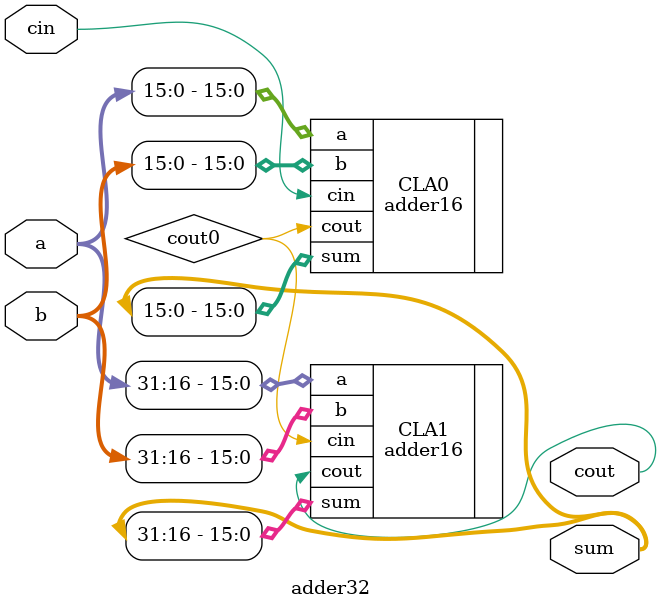
<source format=v>
`timescale 1ns / 10ps

module adder32(
	input [31:0] a,
	input [31:0] b,
	input wire cin,
	output wire[31:0] sum,
	output wire cout
	);
	
wire cout0;
adder16 CLA0(.a(a[15:0]),.b(b[15:0]),.cin(cin),.sum(sum[15:0]),.cout(cout0));
adder16 CLA1(.a(a[31:16]),.b(b[31:16]),.cin(cout0),.sum(sum[31:16]),.cout(cout));
  
endmodule
</source>
